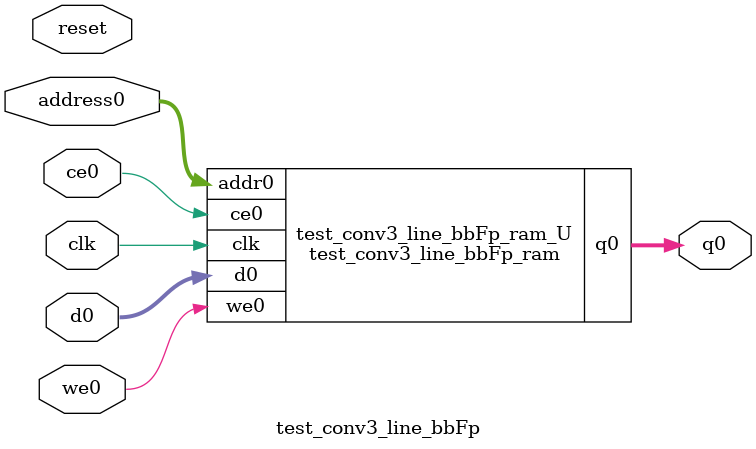
<source format=v>
`timescale 1 ns / 1 ps
module test_conv3_line_bbFp_ram (addr0, ce0, d0, we0, q0,  clk);

parameter DWIDTH = 4;
parameter AWIDTH = 12;
parameter MEM_SIZE = 2624;

input[AWIDTH-1:0] addr0;
input ce0;
input[DWIDTH-1:0] d0;
input we0;
output reg[DWIDTH-1:0] q0;
input clk;

(* ram_style = "block" *)reg [DWIDTH-1:0] ram[0:MEM_SIZE-1];




always @(posedge clk)  
begin 
    if (ce0) begin
        if (we0) 
            ram[addr0] <= d0; 
        q0 <= ram[addr0];
    end
end


endmodule

`timescale 1 ns / 1 ps
module test_conv3_line_bbFp(
    reset,
    clk,
    address0,
    ce0,
    we0,
    d0,
    q0);

parameter DataWidth = 32'd4;
parameter AddressRange = 32'd2624;
parameter AddressWidth = 32'd12;
input reset;
input clk;
input[AddressWidth - 1:0] address0;
input ce0;
input we0;
input[DataWidth - 1:0] d0;
output[DataWidth - 1:0] q0;



test_conv3_line_bbFp_ram test_conv3_line_bbFp_ram_U(
    .clk( clk ),
    .addr0( address0 ),
    .ce0( ce0 ),
    .we0( we0 ),
    .d0( d0 ),
    .q0( q0 ));

endmodule


</source>
